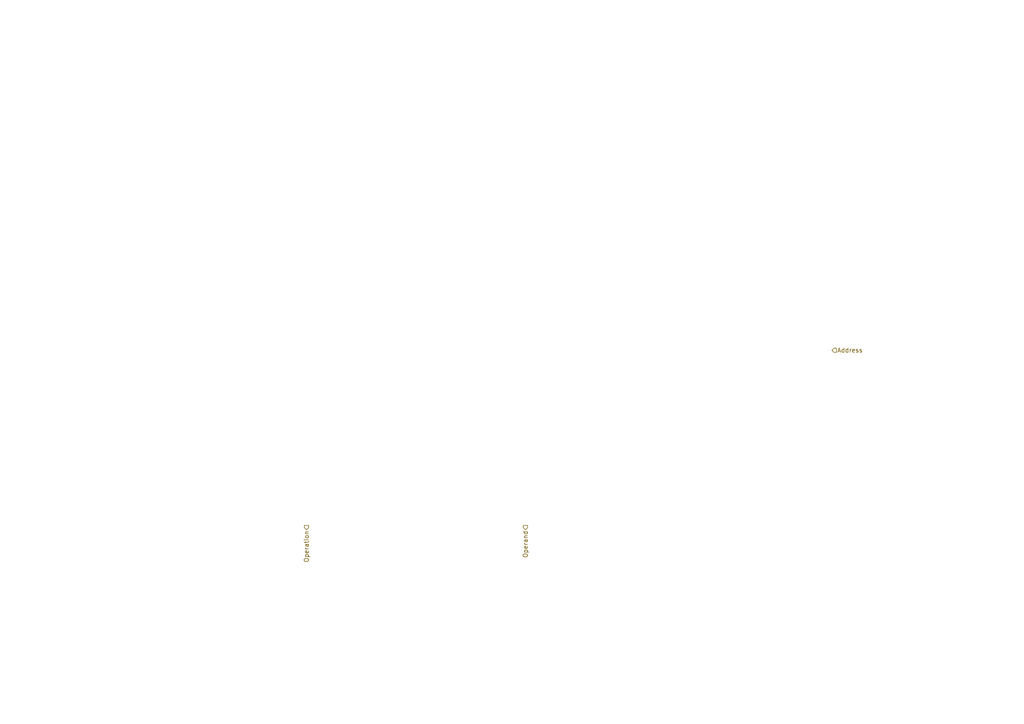
<source format=kicad_sch>
(kicad_sch (version 20211123) (generator eeschema)
  (paper "A4")
  (lib_symbols)
  (hierarchical_label "Address" (shape input) (at 241.3 101.6 0))
  (hierarchical_label "Operation" (shape output) (at 88.9 152.4 270))
  (hierarchical_label "Operand" (shape output) (at 152.4 152.4 270))
)
</source>
